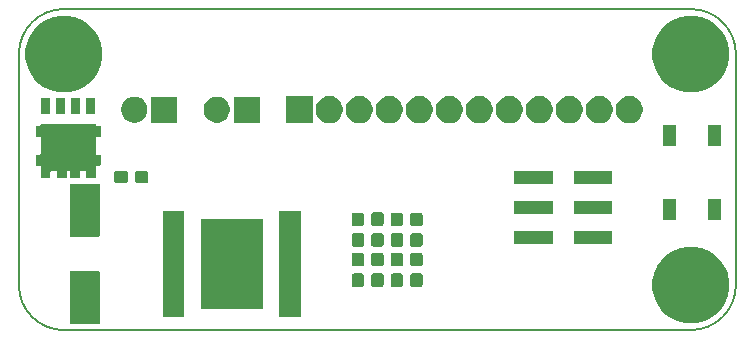
<source format=gbr>
G04 #@! TF.GenerationSoftware,KiCad,Pcbnew,5.0.2+dfsg1-1*
G04 #@! TF.CreationDate,2021-06-07T16:10:35-04:00*
G04 #@! TF.ProjectId,KyberBoard,4b796265-7242-46f6-9172-642e6b696361,rev?*
G04 #@! TF.SameCoordinates,Original*
G04 #@! TF.FileFunction,Soldermask,Top*
G04 #@! TF.FilePolarity,Negative*
%FSLAX46Y46*%
G04 Gerber Fmt 4.6, Leading zero omitted, Abs format (unit mm)*
G04 Created by KiCad (PCBNEW 5.0.2+dfsg1-1) date Mon 07 Jun 2021 04:10:35 PM EDT*
%MOMM*%
%LPD*%
G01*
G04 APERTURE LIST*
%ADD10C,0.150000*%
G04 APERTURE END LIST*
D10*
X116332000Y-67056000D02*
G75*
G02X120142000Y-63246000I3810000J0D01*
G01*
X120142000Y-90424000D02*
G75*
G02X116332000Y-86614000I0J3810000D01*
G01*
X116332000Y-86614000D02*
X116332000Y-67056000D01*
X173228000Y-90424000D02*
X120142000Y-90424000D01*
X173228000Y-63246000D02*
X120142000Y-63246000D01*
X177038000Y-86614000D02*
X177038000Y-67056000D01*
X177038000Y-86614000D02*
G75*
G02X173228000Y-90424000I-3810000J0D01*
G01*
X173228000Y-63246000D02*
G75*
G02X177038000Y-67056000I0J-3810000D01*
G01*
G36*
X123075018Y-85426332D02*
X123108700Y-85436550D01*
X123139734Y-85453138D01*
X123166937Y-85475463D01*
X123189262Y-85502666D01*
X123205850Y-85533700D01*
X123216068Y-85567382D01*
X123220000Y-85607308D01*
X123220000Y-89737492D01*
X123216068Y-89777418D01*
X123205850Y-89811100D01*
X123189262Y-89842134D01*
X123166937Y-89869337D01*
X123139734Y-89891662D01*
X123108700Y-89908250D01*
X123075018Y-89918468D01*
X123035092Y-89922400D01*
X120804908Y-89922400D01*
X120764982Y-89918468D01*
X120731300Y-89908250D01*
X120700266Y-89891662D01*
X120673063Y-89869337D01*
X120650738Y-89842134D01*
X120634150Y-89811100D01*
X120623932Y-89777418D01*
X120620000Y-89737492D01*
X120620000Y-85607308D01*
X120623932Y-85567382D01*
X120634150Y-85533700D01*
X120650738Y-85502666D01*
X120673063Y-85475463D01*
X120700266Y-85453138D01*
X120731300Y-85436550D01*
X120764982Y-85426332D01*
X120804908Y-85422400D01*
X123035092Y-85422400D01*
X123075018Y-85426332D01*
X123075018Y-85426332D01*
G37*
G36*
X174175990Y-83488896D02*
X174175992Y-83488897D01*
X174175993Y-83488897D01*
X174767452Y-83733888D01*
X175299754Y-84089560D01*
X175752440Y-84542246D01*
X176067239Y-85013377D01*
X176108112Y-85074548D01*
X176340278Y-85635044D01*
X176353104Y-85666010D01*
X176478000Y-86293903D01*
X176478000Y-86934097D01*
X176353104Y-87561990D01*
X176108112Y-88153452D01*
X175752440Y-88685754D01*
X175299754Y-89138440D01*
X175041499Y-89311000D01*
X174767452Y-89494112D01*
X174175993Y-89739103D01*
X174175992Y-89739103D01*
X174175990Y-89739104D01*
X173548097Y-89864000D01*
X172907903Y-89864000D01*
X172280010Y-89739104D01*
X172280008Y-89739103D01*
X172280007Y-89739103D01*
X171688548Y-89494112D01*
X171414501Y-89311000D01*
X171156246Y-89138440D01*
X170703560Y-88685754D01*
X170347888Y-88153452D01*
X170102896Y-87561990D01*
X169978000Y-86934097D01*
X169978000Y-86293903D01*
X170102896Y-85666010D01*
X170115723Y-85635044D01*
X170347888Y-85074548D01*
X170388761Y-85013377D01*
X170703560Y-84542246D01*
X171156246Y-84089560D01*
X171688548Y-83733888D01*
X172280007Y-83488897D01*
X172280008Y-83488897D01*
X172280010Y-83488896D01*
X172907903Y-83364000D01*
X173548097Y-83364000D01*
X174175990Y-83488896D01*
X174175990Y-83488896D01*
G37*
G36*
X140198500Y-89311000D02*
X138398500Y-89311000D01*
X138398500Y-80361000D01*
X140198500Y-80361000D01*
X140198500Y-89311000D01*
X140198500Y-89311000D01*
G37*
G36*
X130333500Y-89311000D02*
X128533500Y-89311000D01*
X128533500Y-80361000D01*
X130333500Y-80361000D01*
X130333500Y-89311000D01*
X130333500Y-89311000D01*
G37*
G36*
X137016000Y-88636000D02*
X131716000Y-88636000D01*
X131716000Y-81036000D01*
X137016000Y-81036000D01*
X137016000Y-88636000D01*
X137016000Y-88636000D01*
G37*
G36*
X145387861Y-85634557D02*
X145427635Y-85646623D01*
X145464292Y-85666216D01*
X145496418Y-85692582D01*
X145522784Y-85724708D01*
X145542377Y-85761365D01*
X145554443Y-85801139D01*
X145559000Y-85847408D01*
X145559000Y-86562592D01*
X145554443Y-86608861D01*
X145542377Y-86648635D01*
X145522784Y-86685292D01*
X145496418Y-86717418D01*
X145464292Y-86743784D01*
X145427635Y-86763377D01*
X145387861Y-86775443D01*
X145341592Y-86780000D01*
X144726408Y-86780000D01*
X144680139Y-86775443D01*
X144640365Y-86763377D01*
X144603708Y-86743784D01*
X144571582Y-86717418D01*
X144545216Y-86685292D01*
X144525623Y-86648635D01*
X144513557Y-86608861D01*
X144509000Y-86562592D01*
X144509000Y-85847408D01*
X144513557Y-85801139D01*
X144525623Y-85761365D01*
X144545216Y-85724708D01*
X144571582Y-85692582D01*
X144603708Y-85666216D01*
X144640365Y-85646623D01*
X144680139Y-85634557D01*
X144726408Y-85630000D01*
X145341592Y-85630000D01*
X145387861Y-85634557D01*
X145387861Y-85634557D01*
G37*
G36*
X150340861Y-85634557D02*
X150380635Y-85646623D01*
X150417292Y-85666216D01*
X150449418Y-85692582D01*
X150475784Y-85724708D01*
X150495377Y-85761365D01*
X150507443Y-85801139D01*
X150512000Y-85847408D01*
X150512000Y-86562592D01*
X150507443Y-86608861D01*
X150495377Y-86648635D01*
X150475784Y-86685292D01*
X150449418Y-86717418D01*
X150417292Y-86743784D01*
X150380635Y-86763377D01*
X150340861Y-86775443D01*
X150294592Y-86780000D01*
X149679408Y-86780000D01*
X149633139Y-86775443D01*
X149593365Y-86763377D01*
X149556708Y-86743784D01*
X149524582Y-86717418D01*
X149498216Y-86685292D01*
X149478623Y-86648635D01*
X149466557Y-86608861D01*
X149462000Y-86562592D01*
X149462000Y-85847408D01*
X149466557Y-85801139D01*
X149478623Y-85761365D01*
X149498216Y-85724708D01*
X149524582Y-85692582D01*
X149556708Y-85666216D01*
X149593365Y-85646623D01*
X149633139Y-85634557D01*
X149679408Y-85630000D01*
X150294592Y-85630000D01*
X150340861Y-85634557D01*
X150340861Y-85634557D01*
G37*
G36*
X147038861Y-85634557D02*
X147078635Y-85646623D01*
X147115292Y-85666216D01*
X147147418Y-85692582D01*
X147173784Y-85724708D01*
X147193377Y-85761365D01*
X147205443Y-85801139D01*
X147210000Y-85847408D01*
X147210000Y-86562592D01*
X147205443Y-86608861D01*
X147193377Y-86648635D01*
X147173784Y-86685292D01*
X147147418Y-86717418D01*
X147115292Y-86743784D01*
X147078635Y-86763377D01*
X147038861Y-86775443D01*
X146992592Y-86780000D01*
X146377408Y-86780000D01*
X146331139Y-86775443D01*
X146291365Y-86763377D01*
X146254708Y-86743784D01*
X146222582Y-86717418D01*
X146196216Y-86685292D01*
X146176623Y-86648635D01*
X146164557Y-86608861D01*
X146160000Y-86562592D01*
X146160000Y-85847408D01*
X146164557Y-85801139D01*
X146176623Y-85761365D01*
X146196216Y-85724708D01*
X146222582Y-85692582D01*
X146254708Y-85666216D01*
X146291365Y-85646623D01*
X146331139Y-85634557D01*
X146377408Y-85630000D01*
X146992592Y-85630000D01*
X147038861Y-85634557D01*
X147038861Y-85634557D01*
G37*
G36*
X148689861Y-85634557D02*
X148729635Y-85646623D01*
X148766292Y-85666216D01*
X148798418Y-85692582D01*
X148824784Y-85724708D01*
X148844377Y-85761365D01*
X148856443Y-85801139D01*
X148861000Y-85847408D01*
X148861000Y-86562592D01*
X148856443Y-86608861D01*
X148844377Y-86648635D01*
X148824784Y-86685292D01*
X148798418Y-86717418D01*
X148766292Y-86743784D01*
X148729635Y-86763377D01*
X148689861Y-86775443D01*
X148643592Y-86780000D01*
X148028408Y-86780000D01*
X147982139Y-86775443D01*
X147942365Y-86763377D01*
X147905708Y-86743784D01*
X147873582Y-86717418D01*
X147847216Y-86685292D01*
X147827623Y-86648635D01*
X147815557Y-86608861D01*
X147811000Y-86562592D01*
X147811000Y-85847408D01*
X147815557Y-85801139D01*
X147827623Y-85761365D01*
X147847216Y-85724708D01*
X147873582Y-85692582D01*
X147905708Y-85666216D01*
X147942365Y-85646623D01*
X147982139Y-85634557D01*
X148028408Y-85630000D01*
X148643592Y-85630000D01*
X148689861Y-85634557D01*
X148689861Y-85634557D01*
G37*
G36*
X148689861Y-83884557D02*
X148729635Y-83896623D01*
X148766292Y-83916216D01*
X148798418Y-83942582D01*
X148824784Y-83974708D01*
X148844377Y-84011365D01*
X148856443Y-84051139D01*
X148861000Y-84097408D01*
X148861000Y-84812592D01*
X148856443Y-84858861D01*
X148844377Y-84898635D01*
X148824784Y-84935292D01*
X148798418Y-84967418D01*
X148766292Y-84993784D01*
X148729635Y-85013377D01*
X148689861Y-85025443D01*
X148643592Y-85030000D01*
X148028408Y-85030000D01*
X147982139Y-85025443D01*
X147942365Y-85013377D01*
X147905708Y-84993784D01*
X147873582Y-84967418D01*
X147847216Y-84935292D01*
X147827623Y-84898635D01*
X147815557Y-84858861D01*
X147811000Y-84812592D01*
X147811000Y-84097408D01*
X147815557Y-84051139D01*
X147827623Y-84011365D01*
X147847216Y-83974708D01*
X147873582Y-83942582D01*
X147905708Y-83916216D01*
X147942365Y-83896623D01*
X147982139Y-83884557D01*
X148028408Y-83880000D01*
X148643592Y-83880000D01*
X148689861Y-83884557D01*
X148689861Y-83884557D01*
G37*
G36*
X147038861Y-83884557D02*
X147078635Y-83896623D01*
X147115292Y-83916216D01*
X147147418Y-83942582D01*
X147173784Y-83974708D01*
X147193377Y-84011365D01*
X147205443Y-84051139D01*
X147210000Y-84097408D01*
X147210000Y-84812592D01*
X147205443Y-84858861D01*
X147193377Y-84898635D01*
X147173784Y-84935292D01*
X147147418Y-84967418D01*
X147115292Y-84993784D01*
X147078635Y-85013377D01*
X147038861Y-85025443D01*
X146992592Y-85030000D01*
X146377408Y-85030000D01*
X146331139Y-85025443D01*
X146291365Y-85013377D01*
X146254708Y-84993784D01*
X146222582Y-84967418D01*
X146196216Y-84935292D01*
X146176623Y-84898635D01*
X146164557Y-84858861D01*
X146160000Y-84812592D01*
X146160000Y-84097408D01*
X146164557Y-84051139D01*
X146176623Y-84011365D01*
X146196216Y-83974708D01*
X146222582Y-83942582D01*
X146254708Y-83916216D01*
X146291365Y-83896623D01*
X146331139Y-83884557D01*
X146377408Y-83880000D01*
X146992592Y-83880000D01*
X147038861Y-83884557D01*
X147038861Y-83884557D01*
G37*
G36*
X145387861Y-83884557D02*
X145427635Y-83896623D01*
X145464292Y-83916216D01*
X145496418Y-83942582D01*
X145522784Y-83974708D01*
X145542377Y-84011365D01*
X145554443Y-84051139D01*
X145559000Y-84097408D01*
X145559000Y-84812592D01*
X145554443Y-84858861D01*
X145542377Y-84898635D01*
X145522784Y-84935292D01*
X145496418Y-84967418D01*
X145464292Y-84993784D01*
X145427635Y-85013377D01*
X145387861Y-85025443D01*
X145341592Y-85030000D01*
X144726408Y-85030000D01*
X144680139Y-85025443D01*
X144640365Y-85013377D01*
X144603708Y-84993784D01*
X144571582Y-84967418D01*
X144545216Y-84935292D01*
X144525623Y-84898635D01*
X144513557Y-84858861D01*
X144509000Y-84812592D01*
X144509000Y-84097408D01*
X144513557Y-84051139D01*
X144525623Y-84011365D01*
X144545216Y-83974708D01*
X144571582Y-83942582D01*
X144603708Y-83916216D01*
X144640365Y-83896623D01*
X144680139Y-83884557D01*
X144726408Y-83880000D01*
X145341592Y-83880000D01*
X145387861Y-83884557D01*
X145387861Y-83884557D01*
G37*
G36*
X150340861Y-83884557D02*
X150380635Y-83896623D01*
X150417292Y-83916216D01*
X150449418Y-83942582D01*
X150475784Y-83974708D01*
X150495377Y-84011365D01*
X150507443Y-84051139D01*
X150512000Y-84097408D01*
X150512000Y-84812592D01*
X150507443Y-84858861D01*
X150495377Y-84898635D01*
X150475784Y-84935292D01*
X150449418Y-84967418D01*
X150417292Y-84993784D01*
X150380635Y-85013377D01*
X150340861Y-85025443D01*
X150294592Y-85030000D01*
X149679408Y-85030000D01*
X149633139Y-85025443D01*
X149593365Y-85013377D01*
X149556708Y-84993784D01*
X149524582Y-84967418D01*
X149498216Y-84935292D01*
X149478623Y-84898635D01*
X149466557Y-84858861D01*
X149462000Y-84812592D01*
X149462000Y-84097408D01*
X149466557Y-84051139D01*
X149478623Y-84011365D01*
X149498216Y-83974708D01*
X149524582Y-83942582D01*
X149556708Y-83916216D01*
X149593365Y-83896623D01*
X149633139Y-83884557D01*
X149679408Y-83880000D01*
X150294592Y-83880000D01*
X150340861Y-83884557D01*
X150340861Y-83884557D01*
G37*
G36*
X145387861Y-82233557D02*
X145427635Y-82245623D01*
X145464292Y-82265216D01*
X145496418Y-82291582D01*
X145522784Y-82323708D01*
X145542377Y-82360365D01*
X145554443Y-82400139D01*
X145559000Y-82446408D01*
X145559000Y-83161592D01*
X145554443Y-83207861D01*
X145542377Y-83247635D01*
X145522784Y-83284292D01*
X145496418Y-83316418D01*
X145464292Y-83342784D01*
X145427635Y-83362377D01*
X145387861Y-83374443D01*
X145341592Y-83379000D01*
X144726408Y-83379000D01*
X144680139Y-83374443D01*
X144640365Y-83362377D01*
X144603708Y-83342784D01*
X144571582Y-83316418D01*
X144545216Y-83284292D01*
X144525623Y-83247635D01*
X144513557Y-83207861D01*
X144509000Y-83161592D01*
X144509000Y-82446408D01*
X144513557Y-82400139D01*
X144525623Y-82360365D01*
X144545216Y-82323708D01*
X144571582Y-82291582D01*
X144603708Y-82265216D01*
X144640365Y-82245623D01*
X144680139Y-82233557D01*
X144726408Y-82229000D01*
X145341592Y-82229000D01*
X145387861Y-82233557D01*
X145387861Y-82233557D01*
G37*
G36*
X148689861Y-82233557D02*
X148729635Y-82245623D01*
X148766292Y-82265216D01*
X148798418Y-82291582D01*
X148824784Y-82323708D01*
X148844377Y-82360365D01*
X148856443Y-82400139D01*
X148861000Y-82446408D01*
X148861000Y-83161592D01*
X148856443Y-83207861D01*
X148844377Y-83247635D01*
X148824784Y-83284292D01*
X148798418Y-83316418D01*
X148766292Y-83342784D01*
X148729635Y-83362377D01*
X148689861Y-83374443D01*
X148643592Y-83379000D01*
X148028408Y-83379000D01*
X147982139Y-83374443D01*
X147942365Y-83362377D01*
X147905708Y-83342784D01*
X147873582Y-83316418D01*
X147847216Y-83284292D01*
X147827623Y-83247635D01*
X147815557Y-83207861D01*
X147811000Y-83161592D01*
X147811000Y-82446408D01*
X147815557Y-82400139D01*
X147827623Y-82360365D01*
X147847216Y-82323708D01*
X147873582Y-82291582D01*
X147905708Y-82265216D01*
X147942365Y-82245623D01*
X147982139Y-82233557D01*
X148028408Y-82229000D01*
X148643592Y-82229000D01*
X148689861Y-82233557D01*
X148689861Y-82233557D01*
G37*
G36*
X150340861Y-82233557D02*
X150380635Y-82245623D01*
X150417292Y-82265216D01*
X150449418Y-82291582D01*
X150475784Y-82323708D01*
X150495377Y-82360365D01*
X150507443Y-82400139D01*
X150512000Y-82446408D01*
X150512000Y-83161592D01*
X150507443Y-83207861D01*
X150495377Y-83247635D01*
X150475784Y-83284292D01*
X150449418Y-83316418D01*
X150417292Y-83342784D01*
X150380635Y-83362377D01*
X150340861Y-83374443D01*
X150294592Y-83379000D01*
X149679408Y-83379000D01*
X149633139Y-83374443D01*
X149593365Y-83362377D01*
X149556708Y-83342784D01*
X149524582Y-83316418D01*
X149498216Y-83284292D01*
X149478623Y-83247635D01*
X149466557Y-83207861D01*
X149462000Y-83161592D01*
X149462000Y-82446408D01*
X149466557Y-82400139D01*
X149478623Y-82360365D01*
X149498216Y-82323708D01*
X149524582Y-82291582D01*
X149556708Y-82265216D01*
X149593365Y-82245623D01*
X149633139Y-82233557D01*
X149679408Y-82229000D01*
X150294592Y-82229000D01*
X150340861Y-82233557D01*
X150340861Y-82233557D01*
G37*
G36*
X147038861Y-82219557D02*
X147078635Y-82231623D01*
X147115292Y-82251216D01*
X147147418Y-82277582D01*
X147173784Y-82309708D01*
X147193377Y-82346365D01*
X147205443Y-82386139D01*
X147210000Y-82432408D01*
X147210000Y-83147592D01*
X147205443Y-83193861D01*
X147193377Y-83233635D01*
X147173784Y-83270292D01*
X147147418Y-83302418D01*
X147115292Y-83328784D01*
X147078635Y-83348377D01*
X147038861Y-83360443D01*
X146992592Y-83365000D01*
X146377408Y-83365000D01*
X146331139Y-83360443D01*
X146291365Y-83348377D01*
X146254708Y-83328784D01*
X146222582Y-83302418D01*
X146196216Y-83270292D01*
X146176623Y-83233635D01*
X146164557Y-83193861D01*
X146160000Y-83147592D01*
X146160000Y-82432408D01*
X146164557Y-82386139D01*
X146176623Y-82346365D01*
X146196216Y-82309708D01*
X146222582Y-82277582D01*
X146254708Y-82251216D01*
X146291365Y-82231623D01*
X146331139Y-82219557D01*
X146377408Y-82215000D01*
X146992592Y-82215000D01*
X147038861Y-82219557D01*
X147038861Y-82219557D01*
G37*
G36*
X161533000Y-83102114D02*
X158283000Y-83102114D01*
X158283000Y-82002114D01*
X161533000Y-82002114D01*
X161533000Y-83102114D01*
X161533000Y-83102114D01*
G37*
G36*
X166583000Y-83102114D02*
X163333000Y-83102114D01*
X163333000Y-82002114D01*
X166583000Y-82002114D01*
X166583000Y-83102114D01*
X166583000Y-83102114D01*
G37*
G36*
X123075018Y-78026332D02*
X123108700Y-78036550D01*
X123139734Y-78053138D01*
X123166937Y-78075463D01*
X123189262Y-78102666D01*
X123205850Y-78133700D01*
X123216068Y-78167382D01*
X123220000Y-78207308D01*
X123220000Y-82337492D01*
X123216068Y-82377418D01*
X123205850Y-82411100D01*
X123189262Y-82442134D01*
X123166937Y-82469337D01*
X123139734Y-82491662D01*
X123108700Y-82508250D01*
X123075018Y-82518468D01*
X123035092Y-82522400D01*
X120804908Y-82522400D01*
X120764982Y-82518468D01*
X120731300Y-82508250D01*
X120700266Y-82491662D01*
X120673063Y-82469337D01*
X120650738Y-82442134D01*
X120634150Y-82411100D01*
X120623932Y-82377418D01*
X120620000Y-82337492D01*
X120620000Y-78207308D01*
X120623932Y-78167382D01*
X120634150Y-78133700D01*
X120650738Y-78102666D01*
X120673063Y-78075463D01*
X120700266Y-78053138D01*
X120731300Y-78036550D01*
X120764982Y-78026332D01*
X120804908Y-78022400D01*
X123035092Y-78022400D01*
X123075018Y-78026332D01*
X123075018Y-78026332D01*
G37*
G36*
X145387861Y-80483557D02*
X145427635Y-80495623D01*
X145464292Y-80515216D01*
X145496418Y-80541582D01*
X145522784Y-80573708D01*
X145542377Y-80610365D01*
X145554443Y-80650139D01*
X145559000Y-80696408D01*
X145559000Y-81411592D01*
X145554443Y-81457861D01*
X145542377Y-81497635D01*
X145522784Y-81534292D01*
X145496418Y-81566418D01*
X145464292Y-81592784D01*
X145427635Y-81612377D01*
X145387861Y-81624443D01*
X145341592Y-81629000D01*
X144726408Y-81629000D01*
X144680139Y-81624443D01*
X144640365Y-81612377D01*
X144603708Y-81592784D01*
X144571582Y-81566418D01*
X144545216Y-81534292D01*
X144525623Y-81497635D01*
X144513557Y-81457861D01*
X144509000Y-81411592D01*
X144509000Y-80696408D01*
X144513557Y-80650139D01*
X144525623Y-80610365D01*
X144545216Y-80573708D01*
X144571582Y-80541582D01*
X144603708Y-80515216D01*
X144640365Y-80495623D01*
X144680139Y-80483557D01*
X144726408Y-80479000D01*
X145341592Y-80479000D01*
X145387861Y-80483557D01*
X145387861Y-80483557D01*
G37*
G36*
X148689861Y-80483557D02*
X148729635Y-80495623D01*
X148766292Y-80515216D01*
X148798418Y-80541582D01*
X148824784Y-80573708D01*
X148844377Y-80610365D01*
X148856443Y-80650139D01*
X148861000Y-80696408D01*
X148861000Y-81411592D01*
X148856443Y-81457861D01*
X148844377Y-81497635D01*
X148824784Y-81534292D01*
X148798418Y-81566418D01*
X148766292Y-81592784D01*
X148729635Y-81612377D01*
X148689861Y-81624443D01*
X148643592Y-81629000D01*
X148028408Y-81629000D01*
X147982139Y-81624443D01*
X147942365Y-81612377D01*
X147905708Y-81592784D01*
X147873582Y-81566418D01*
X147847216Y-81534292D01*
X147827623Y-81497635D01*
X147815557Y-81457861D01*
X147811000Y-81411592D01*
X147811000Y-80696408D01*
X147815557Y-80650139D01*
X147827623Y-80610365D01*
X147847216Y-80573708D01*
X147873582Y-80541582D01*
X147905708Y-80515216D01*
X147942365Y-80495623D01*
X147982139Y-80483557D01*
X148028408Y-80479000D01*
X148643592Y-80479000D01*
X148689861Y-80483557D01*
X148689861Y-80483557D01*
G37*
G36*
X150340861Y-80483557D02*
X150380635Y-80495623D01*
X150417292Y-80515216D01*
X150449418Y-80541582D01*
X150475784Y-80573708D01*
X150495377Y-80610365D01*
X150507443Y-80650139D01*
X150512000Y-80696408D01*
X150512000Y-81411592D01*
X150507443Y-81457861D01*
X150495377Y-81497635D01*
X150475784Y-81534292D01*
X150449418Y-81566418D01*
X150417292Y-81592784D01*
X150380635Y-81612377D01*
X150340861Y-81624443D01*
X150294592Y-81629000D01*
X149679408Y-81629000D01*
X149633139Y-81624443D01*
X149593365Y-81612377D01*
X149556708Y-81592784D01*
X149524582Y-81566418D01*
X149498216Y-81534292D01*
X149478623Y-81497635D01*
X149466557Y-81457861D01*
X149462000Y-81411592D01*
X149462000Y-80696408D01*
X149466557Y-80650139D01*
X149478623Y-80610365D01*
X149498216Y-80573708D01*
X149524582Y-80541582D01*
X149556708Y-80515216D01*
X149593365Y-80495623D01*
X149633139Y-80483557D01*
X149679408Y-80479000D01*
X150294592Y-80479000D01*
X150340861Y-80483557D01*
X150340861Y-80483557D01*
G37*
G36*
X147038861Y-80469557D02*
X147078635Y-80481623D01*
X147115292Y-80501216D01*
X147147418Y-80527582D01*
X147173784Y-80559708D01*
X147193377Y-80596365D01*
X147205443Y-80636139D01*
X147210000Y-80682408D01*
X147210000Y-81397592D01*
X147205443Y-81443861D01*
X147193377Y-81483635D01*
X147173784Y-81520292D01*
X147147418Y-81552418D01*
X147115292Y-81578784D01*
X147078635Y-81598377D01*
X147038861Y-81610443D01*
X146992592Y-81615000D01*
X146377408Y-81615000D01*
X146331139Y-81610443D01*
X146291365Y-81598377D01*
X146254708Y-81578784D01*
X146222582Y-81552418D01*
X146196216Y-81520292D01*
X146176623Y-81483635D01*
X146164557Y-81443861D01*
X146160000Y-81397592D01*
X146160000Y-80682408D01*
X146164557Y-80636139D01*
X146176623Y-80596365D01*
X146196216Y-80559708D01*
X146222582Y-80527582D01*
X146254708Y-80501216D01*
X146291365Y-80481623D01*
X146331139Y-80469557D01*
X146377408Y-80465000D01*
X146992592Y-80465000D01*
X147038861Y-80469557D01*
X147038861Y-80469557D01*
G37*
G36*
X172005000Y-81146200D02*
X170905000Y-81146200D01*
X170905000Y-79346200D01*
X172005000Y-79346200D01*
X172005000Y-81146200D01*
X172005000Y-81146200D01*
G37*
G36*
X175805000Y-81146200D02*
X174705000Y-81146200D01*
X174705000Y-79346200D01*
X175805000Y-79346200D01*
X175805000Y-81146200D01*
X175805000Y-81146200D01*
G37*
G36*
X161533000Y-80562114D02*
X158283000Y-80562114D01*
X158283000Y-79462114D01*
X161533000Y-79462114D01*
X161533000Y-80562114D01*
X161533000Y-80562114D01*
G37*
G36*
X166583000Y-80562114D02*
X163333000Y-80562114D01*
X163333000Y-79462114D01*
X166583000Y-79462114D01*
X166583000Y-80562114D01*
X166583000Y-80562114D01*
G37*
G36*
X161533000Y-78022114D02*
X158283000Y-78022114D01*
X158283000Y-76922114D01*
X161533000Y-76922114D01*
X161533000Y-78022114D01*
X161533000Y-78022114D01*
G37*
G36*
X166583000Y-78022114D02*
X163333000Y-78022114D01*
X163333000Y-76922114D01*
X166583000Y-76922114D01*
X166583000Y-78022114D01*
X166583000Y-78022114D01*
G37*
G36*
X127135861Y-76949557D02*
X127175635Y-76961623D01*
X127212292Y-76981216D01*
X127244418Y-77007582D01*
X127270784Y-77039708D01*
X127290377Y-77076365D01*
X127302443Y-77116139D01*
X127307000Y-77162408D01*
X127307000Y-77777592D01*
X127302443Y-77823861D01*
X127290377Y-77863635D01*
X127270784Y-77900292D01*
X127244418Y-77932418D01*
X127212292Y-77958784D01*
X127175635Y-77978377D01*
X127135861Y-77990443D01*
X127089592Y-77995000D01*
X126374408Y-77995000D01*
X126328139Y-77990443D01*
X126288365Y-77978377D01*
X126251708Y-77958784D01*
X126219582Y-77932418D01*
X126193216Y-77900292D01*
X126173623Y-77863635D01*
X126161557Y-77823861D01*
X126157000Y-77777592D01*
X126157000Y-77162408D01*
X126161557Y-77116139D01*
X126173623Y-77076365D01*
X126193216Y-77039708D01*
X126219582Y-77007582D01*
X126251708Y-76981216D01*
X126288365Y-76961623D01*
X126328139Y-76949557D01*
X126374408Y-76945000D01*
X127089592Y-76945000D01*
X127135861Y-76949557D01*
X127135861Y-76949557D01*
G37*
G36*
X125385861Y-76949557D02*
X125425635Y-76961623D01*
X125462292Y-76981216D01*
X125494418Y-77007582D01*
X125520784Y-77039708D01*
X125540377Y-77076365D01*
X125552443Y-77116139D01*
X125557000Y-77162408D01*
X125557000Y-77777592D01*
X125552443Y-77823861D01*
X125540377Y-77863635D01*
X125520784Y-77900292D01*
X125494418Y-77932418D01*
X125462292Y-77958784D01*
X125425635Y-77978377D01*
X125385861Y-77990443D01*
X125339592Y-77995000D01*
X124624408Y-77995000D01*
X124578139Y-77990443D01*
X124538365Y-77978377D01*
X124501708Y-77958784D01*
X124469582Y-77932418D01*
X124443216Y-77900292D01*
X124423623Y-77863635D01*
X124411557Y-77823861D01*
X124407000Y-77777592D01*
X124407000Y-77162408D01*
X124411557Y-77116139D01*
X124423623Y-77076365D01*
X124443216Y-77039708D01*
X124469582Y-77007582D01*
X124501708Y-76981216D01*
X124538365Y-76961623D01*
X124578139Y-76949557D01*
X124624408Y-76945000D01*
X125339592Y-76945000D01*
X125385861Y-76949557D01*
X125385861Y-76949557D01*
G37*
G36*
X122822997Y-72953758D02*
X122823000Y-72953758D01*
X122832802Y-72954723D01*
X122842227Y-72957582D01*
X122850913Y-72962225D01*
X122858526Y-72968474D01*
X122864775Y-72976087D01*
X122869418Y-72984773D01*
X122872277Y-72994198D01*
X122873242Y-73004000D01*
X122873726Y-73008917D01*
X122873726Y-73043274D01*
X122875647Y-73062783D01*
X122881338Y-73081542D01*
X122890579Y-73098831D01*
X122903015Y-73113985D01*
X122918169Y-73126421D01*
X122935458Y-73135662D01*
X122954217Y-73141353D01*
X122973726Y-73143274D01*
X123218083Y-73143274D01*
X123222997Y-73143758D01*
X123223000Y-73143758D01*
X123232802Y-73144723D01*
X123242227Y-73147582D01*
X123250913Y-73152225D01*
X123258526Y-73158474D01*
X123264775Y-73166087D01*
X123269418Y-73174773D01*
X123272277Y-73184198D01*
X123273242Y-73194000D01*
X123273726Y-73198917D01*
X123273726Y-73989083D01*
X123273242Y-73993997D01*
X123273242Y-73994000D01*
X123272277Y-74003802D01*
X123269418Y-74013227D01*
X123264775Y-74021913D01*
X123258526Y-74029526D01*
X123250913Y-74035775D01*
X123242227Y-74040418D01*
X123232802Y-74043277D01*
X123223000Y-74044242D01*
X123222997Y-74044242D01*
X123218083Y-74044726D01*
X122973726Y-74044726D01*
X122954217Y-74046647D01*
X122935458Y-74052338D01*
X122918169Y-74061579D01*
X122903015Y-74074015D01*
X122890579Y-74089169D01*
X122881338Y-74106458D01*
X122875647Y-74125217D01*
X122873726Y-74144726D01*
X122873726Y-75493274D01*
X122875647Y-75512783D01*
X122881338Y-75531542D01*
X122890579Y-75548831D01*
X122903015Y-75563985D01*
X122918169Y-75576421D01*
X122935458Y-75585662D01*
X122954217Y-75591353D01*
X122973726Y-75593274D01*
X123218083Y-75593274D01*
X123222997Y-75593758D01*
X123223000Y-75593758D01*
X123232802Y-75594723D01*
X123242227Y-75597582D01*
X123250913Y-75602225D01*
X123258526Y-75608474D01*
X123264775Y-75616087D01*
X123269418Y-75624773D01*
X123272277Y-75634198D01*
X123273242Y-75644000D01*
X123273726Y-75648917D01*
X123273726Y-76439083D01*
X123273242Y-76443997D01*
X123273242Y-76444000D01*
X123272277Y-76453802D01*
X123269418Y-76463227D01*
X123264775Y-76471913D01*
X123258526Y-76479526D01*
X123250913Y-76485775D01*
X123242227Y-76490418D01*
X123232802Y-76493277D01*
X123223000Y-76494242D01*
X123222997Y-76494242D01*
X123218083Y-76494726D01*
X122973726Y-76494726D01*
X122954217Y-76496647D01*
X122935458Y-76502338D01*
X122918169Y-76511579D01*
X122903015Y-76524015D01*
X122890579Y-76539169D01*
X122881338Y-76556458D01*
X122875647Y-76575217D01*
X122873726Y-76594726D01*
X122873726Y-77499083D01*
X122873242Y-77503997D01*
X122873242Y-77504000D01*
X122872277Y-77513802D01*
X122869418Y-77523227D01*
X122864775Y-77531913D01*
X122858526Y-77539526D01*
X122850913Y-77545775D01*
X122842227Y-77550418D01*
X122832802Y-77553277D01*
X122823000Y-77554242D01*
X122822997Y-77554242D01*
X122818083Y-77554726D01*
X122102917Y-77554726D01*
X122098003Y-77554242D01*
X122098000Y-77554242D01*
X122088198Y-77553277D01*
X122078773Y-77550418D01*
X122070087Y-77545775D01*
X122062474Y-77539526D01*
X122056225Y-77531913D01*
X122051582Y-77523227D01*
X122048723Y-77513802D01*
X122047758Y-77504000D01*
X122047758Y-77503997D01*
X122047274Y-77499083D01*
X122047274Y-77054726D01*
X122045353Y-77035217D01*
X122039662Y-77016458D01*
X122030421Y-76999169D01*
X122017985Y-76984015D01*
X122002831Y-76971579D01*
X121985542Y-76962338D01*
X121966783Y-76956647D01*
X121947274Y-76954726D01*
X121598726Y-76954726D01*
X121579217Y-76956647D01*
X121560458Y-76962338D01*
X121543169Y-76971579D01*
X121528015Y-76984015D01*
X121515579Y-76999169D01*
X121506338Y-77016458D01*
X121500647Y-77035217D01*
X121498726Y-77054726D01*
X121498726Y-77499083D01*
X121498242Y-77503997D01*
X121498242Y-77504000D01*
X121497277Y-77513802D01*
X121494418Y-77523227D01*
X121489775Y-77531913D01*
X121483526Y-77539526D01*
X121475913Y-77545775D01*
X121467227Y-77550418D01*
X121457802Y-77553277D01*
X121448000Y-77554242D01*
X121447997Y-77554242D01*
X121443083Y-77554726D01*
X120727917Y-77554726D01*
X120723003Y-77554242D01*
X120723000Y-77554242D01*
X120713198Y-77553277D01*
X120703773Y-77550418D01*
X120695087Y-77545775D01*
X120687474Y-77539526D01*
X120681225Y-77531913D01*
X120676582Y-77523227D01*
X120673723Y-77513802D01*
X120672758Y-77504000D01*
X120672758Y-77503997D01*
X120672274Y-77499083D01*
X120672274Y-77054726D01*
X120670353Y-77035217D01*
X120664662Y-77016458D01*
X120655421Y-76999169D01*
X120642985Y-76984015D01*
X120627831Y-76971579D01*
X120610542Y-76962338D01*
X120591783Y-76956647D01*
X120572274Y-76954726D01*
X120473726Y-76954726D01*
X120454217Y-76956647D01*
X120435458Y-76962338D01*
X120418169Y-76971579D01*
X120403015Y-76984015D01*
X120390579Y-76999169D01*
X120381338Y-77016458D01*
X120375647Y-77035217D01*
X120373726Y-77054726D01*
X120373726Y-77499083D01*
X120373242Y-77503997D01*
X120373242Y-77504000D01*
X120372277Y-77513802D01*
X120369418Y-77523227D01*
X120364775Y-77531913D01*
X120358526Y-77539526D01*
X120350913Y-77545775D01*
X120342227Y-77550418D01*
X120332802Y-77553277D01*
X120323000Y-77554242D01*
X120322997Y-77554242D01*
X120318083Y-77554726D01*
X119602917Y-77554726D01*
X119598003Y-77554242D01*
X119598000Y-77554242D01*
X119588198Y-77553277D01*
X119578773Y-77550418D01*
X119570087Y-77545775D01*
X119562474Y-77539526D01*
X119556225Y-77531913D01*
X119551582Y-77523227D01*
X119548723Y-77513802D01*
X119547758Y-77504000D01*
X119547758Y-77503997D01*
X119547274Y-77499083D01*
X119547274Y-77054726D01*
X119545353Y-77035217D01*
X119539662Y-77016458D01*
X119530421Y-76999169D01*
X119517985Y-76984015D01*
X119502831Y-76971579D01*
X119485542Y-76962338D01*
X119466783Y-76956647D01*
X119447274Y-76954726D01*
X119098726Y-76954726D01*
X119079217Y-76956647D01*
X119060458Y-76962338D01*
X119043169Y-76971579D01*
X119028015Y-76984015D01*
X119015579Y-76999169D01*
X119006338Y-77016458D01*
X119000647Y-77035217D01*
X118998726Y-77054726D01*
X118998726Y-77499083D01*
X118998242Y-77503997D01*
X118998242Y-77504000D01*
X118997277Y-77513802D01*
X118994418Y-77523227D01*
X118989775Y-77531913D01*
X118983526Y-77539526D01*
X118975913Y-77545775D01*
X118967227Y-77550418D01*
X118957802Y-77553277D01*
X118948000Y-77554242D01*
X118947997Y-77554242D01*
X118943083Y-77554726D01*
X118227917Y-77554726D01*
X118223003Y-77554242D01*
X118223000Y-77554242D01*
X118213198Y-77553277D01*
X118203773Y-77550418D01*
X118195087Y-77545775D01*
X118187474Y-77539526D01*
X118181225Y-77531913D01*
X118176582Y-77523227D01*
X118173723Y-77513802D01*
X118172758Y-77504000D01*
X118172758Y-77503997D01*
X118172274Y-77499083D01*
X118172274Y-76594726D01*
X118170353Y-76575217D01*
X118164662Y-76556458D01*
X118155421Y-76539169D01*
X118142985Y-76524015D01*
X118127831Y-76511579D01*
X118110542Y-76502338D01*
X118091783Y-76496647D01*
X118072274Y-76494726D01*
X117827917Y-76494726D01*
X117823003Y-76494242D01*
X117823000Y-76494242D01*
X117813198Y-76493277D01*
X117803773Y-76490418D01*
X117795087Y-76485775D01*
X117787474Y-76479526D01*
X117781225Y-76471913D01*
X117776582Y-76463227D01*
X117773723Y-76453802D01*
X117772758Y-76444000D01*
X117772758Y-76443997D01*
X117772274Y-76439083D01*
X117772274Y-75648917D01*
X117772758Y-75644000D01*
X117773723Y-75634198D01*
X117776582Y-75624773D01*
X117781225Y-75616087D01*
X117787474Y-75608474D01*
X117795087Y-75602225D01*
X117803773Y-75597582D01*
X117813198Y-75594723D01*
X117823000Y-75593758D01*
X117823003Y-75593758D01*
X117827917Y-75593274D01*
X118072274Y-75593274D01*
X118091783Y-75591353D01*
X118110542Y-75585662D01*
X118127831Y-75576421D01*
X118142985Y-75563985D01*
X118155421Y-75548831D01*
X118164662Y-75531542D01*
X118170353Y-75512783D01*
X118172274Y-75493274D01*
X118172274Y-74144726D01*
X118170353Y-74125217D01*
X118164662Y-74106458D01*
X118155421Y-74089169D01*
X118142985Y-74074015D01*
X118127831Y-74061579D01*
X118110542Y-74052338D01*
X118091783Y-74046647D01*
X118072274Y-74044726D01*
X117827917Y-74044726D01*
X117823003Y-74044242D01*
X117823000Y-74044242D01*
X117813198Y-74043277D01*
X117803773Y-74040418D01*
X117795087Y-74035775D01*
X117787474Y-74029526D01*
X117781225Y-74021913D01*
X117776582Y-74013227D01*
X117773723Y-74003802D01*
X117772758Y-73994000D01*
X117772758Y-73993997D01*
X117772274Y-73989083D01*
X117772274Y-73198917D01*
X117772758Y-73194000D01*
X117773723Y-73184198D01*
X117776582Y-73174773D01*
X117781225Y-73166087D01*
X117787474Y-73158474D01*
X117795087Y-73152225D01*
X117803773Y-73147582D01*
X117813198Y-73144723D01*
X117823000Y-73143758D01*
X117823003Y-73143758D01*
X117827917Y-73143274D01*
X118072274Y-73143274D01*
X118091783Y-73141353D01*
X118110542Y-73135662D01*
X118127831Y-73126421D01*
X118142985Y-73113985D01*
X118155421Y-73098831D01*
X118164662Y-73081542D01*
X118170353Y-73062783D01*
X118172274Y-73043274D01*
X118172274Y-73008917D01*
X118172758Y-73004000D01*
X118173723Y-72994198D01*
X118176582Y-72984773D01*
X118181225Y-72976087D01*
X118187474Y-72968474D01*
X118195087Y-72962225D01*
X118203773Y-72957582D01*
X118213198Y-72954723D01*
X118223000Y-72953758D01*
X118223003Y-72953758D01*
X118227917Y-72953274D01*
X122818083Y-72953274D01*
X122822997Y-72953758D01*
X122822997Y-72953758D01*
G37*
G36*
X172005000Y-74846200D02*
X170905000Y-74846200D01*
X170905000Y-73046200D01*
X172005000Y-73046200D01*
X172005000Y-74846200D01*
X172005000Y-74846200D01*
G37*
G36*
X175805000Y-74846200D02*
X174705000Y-74846200D01*
X174705000Y-73046200D01*
X175805000Y-73046200D01*
X175805000Y-74846200D01*
X175805000Y-74846200D01*
G37*
G36*
X158196443Y-70649194D02*
X158405729Y-70735884D01*
X158594082Y-70861737D01*
X158754263Y-71021918D01*
X158880116Y-71210271D01*
X158966806Y-71419557D01*
X159011000Y-71641735D01*
X159011000Y-71868265D01*
X158966806Y-72090443D01*
X158880116Y-72299729D01*
X158754263Y-72488082D01*
X158594082Y-72648263D01*
X158405729Y-72774116D01*
X158196443Y-72860806D01*
X157974265Y-72905000D01*
X157747735Y-72905000D01*
X157525557Y-72860806D01*
X157316271Y-72774116D01*
X157127918Y-72648263D01*
X156967737Y-72488082D01*
X156841884Y-72299729D01*
X156755194Y-72090443D01*
X156711000Y-71868265D01*
X156711000Y-71641735D01*
X156755194Y-71419557D01*
X156841884Y-71210271D01*
X156967737Y-71021918D01*
X157127918Y-70861737D01*
X157316271Y-70735884D01*
X157525557Y-70649194D01*
X157747735Y-70605000D01*
X157974265Y-70605000D01*
X158196443Y-70649194D01*
X158196443Y-70649194D01*
G37*
G36*
X168356443Y-70649194D02*
X168565729Y-70735884D01*
X168754082Y-70861737D01*
X168914263Y-71021918D01*
X169040116Y-71210271D01*
X169126806Y-71419557D01*
X169171000Y-71641735D01*
X169171000Y-71868265D01*
X169126806Y-72090443D01*
X169040116Y-72299729D01*
X168914263Y-72488082D01*
X168754082Y-72648263D01*
X168565729Y-72774116D01*
X168356443Y-72860806D01*
X168134265Y-72905000D01*
X167907735Y-72905000D01*
X167685557Y-72860806D01*
X167476271Y-72774116D01*
X167287918Y-72648263D01*
X167127737Y-72488082D01*
X167001884Y-72299729D01*
X166915194Y-72090443D01*
X166871000Y-71868265D01*
X166871000Y-71641735D01*
X166915194Y-71419557D01*
X167001884Y-71210271D01*
X167127737Y-71021918D01*
X167287918Y-70861737D01*
X167476271Y-70735884D01*
X167685557Y-70649194D01*
X167907735Y-70605000D01*
X168134265Y-70605000D01*
X168356443Y-70649194D01*
X168356443Y-70649194D01*
G37*
G36*
X165816443Y-70649194D02*
X166025729Y-70735884D01*
X166214082Y-70861737D01*
X166374263Y-71021918D01*
X166500116Y-71210271D01*
X166586806Y-71419557D01*
X166631000Y-71641735D01*
X166631000Y-71868265D01*
X166586806Y-72090443D01*
X166500116Y-72299729D01*
X166374263Y-72488082D01*
X166214082Y-72648263D01*
X166025729Y-72774116D01*
X165816443Y-72860806D01*
X165594265Y-72905000D01*
X165367735Y-72905000D01*
X165145557Y-72860806D01*
X164936271Y-72774116D01*
X164747918Y-72648263D01*
X164587737Y-72488082D01*
X164461884Y-72299729D01*
X164375194Y-72090443D01*
X164331000Y-71868265D01*
X164331000Y-71641735D01*
X164375194Y-71419557D01*
X164461884Y-71210271D01*
X164587737Y-71021918D01*
X164747918Y-70861737D01*
X164936271Y-70735884D01*
X165145557Y-70649194D01*
X165367735Y-70605000D01*
X165594265Y-70605000D01*
X165816443Y-70649194D01*
X165816443Y-70649194D01*
G37*
G36*
X163276443Y-70649194D02*
X163485729Y-70735884D01*
X163674082Y-70861737D01*
X163834263Y-71021918D01*
X163960116Y-71210271D01*
X164046806Y-71419557D01*
X164091000Y-71641735D01*
X164091000Y-71868265D01*
X164046806Y-72090443D01*
X163960116Y-72299729D01*
X163834263Y-72488082D01*
X163674082Y-72648263D01*
X163485729Y-72774116D01*
X163276443Y-72860806D01*
X163054265Y-72905000D01*
X162827735Y-72905000D01*
X162605557Y-72860806D01*
X162396271Y-72774116D01*
X162207918Y-72648263D01*
X162047737Y-72488082D01*
X161921884Y-72299729D01*
X161835194Y-72090443D01*
X161791000Y-71868265D01*
X161791000Y-71641735D01*
X161835194Y-71419557D01*
X161921884Y-71210271D01*
X162047737Y-71021918D01*
X162207918Y-70861737D01*
X162396271Y-70735884D01*
X162605557Y-70649194D01*
X162827735Y-70605000D01*
X163054265Y-70605000D01*
X163276443Y-70649194D01*
X163276443Y-70649194D01*
G37*
G36*
X160736443Y-70649194D02*
X160945729Y-70735884D01*
X161134082Y-70861737D01*
X161294263Y-71021918D01*
X161420116Y-71210271D01*
X161506806Y-71419557D01*
X161551000Y-71641735D01*
X161551000Y-71868265D01*
X161506806Y-72090443D01*
X161420116Y-72299729D01*
X161294263Y-72488082D01*
X161134082Y-72648263D01*
X160945729Y-72774116D01*
X160736443Y-72860806D01*
X160514265Y-72905000D01*
X160287735Y-72905000D01*
X160065557Y-72860806D01*
X159856271Y-72774116D01*
X159667918Y-72648263D01*
X159507737Y-72488082D01*
X159381884Y-72299729D01*
X159295194Y-72090443D01*
X159251000Y-71868265D01*
X159251000Y-71641735D01*
X159295194Y-71419557D01*
X159381884Y-71210271D01*
X159507737Y-71021918D01*
X159667918Y-70861737D01*
X159856271Y-70735884D01*
X160065557Y-70649194D01*
X160287735Y-70605000D01*
X160514265Y-70605000D01*
X160736443Y-70649194D01*
X160736443Y-70649194D01*
G37*
G36*
X155656443Y-70649194D02*
X155865729Y-70735884D01*
X156054082Y-70861737D01*
X156214263Y-71021918D01*
X156340116Y-71210271D01*
X156426806Y-71419557D01*
X156471000Y-71641735D01*
X156471000Y-71868265D01*
X156426806Y-72090443D01*
X156340116Y-72299729D01*
X156214263Y-72488082D01*
X156054082Y-72648263D01*
X155865729Y-72774116D01*
X155656443Y-72860806D01*
X155434265Y-72905000D01*
X155207735Y-72905000D01*
X154985557Y-72860806D01*
X154776271Y-72774116D01*
X154587918Y-72648263D01*
X154427737Y-72488082D01*
X154301884Y-72299729D01*
X154215194Y-72090443D01*
X154171000Y-71868265D01*
X154171000Y-71641735D01*
X154215194Y-71419557D01*
X154301884Y-71210271D01*
X154427737Y-71021918D01*
X154587918Y-70861737D01*
X154776271Y-70735884D01*
X154985557Y-70649194D01*
X155207735Y-70605000D01*
X155434265Y-70605000D01*
X155656443Y-70649194D01*
X155656443Y-70649194D01*
G37*
G36*
X153116443Y-70649194D02*
X153325729Y-70735884D01*
X153514082Y-70861737D01*
X153674263Y-71021918D01*
X153800116Y-71210271D01*
X153886806Y-71419557D01*
X153931000Y-71641735D01*
X153931000Y-71868265D01*
X153886806Y-72090443D01*
X153800116Y-72299729D01*
X153674263Y-72488082D01*
X153514082Y-72648263D01*
X153325729Y-72774116D01*
X153116443Y-72860806D01*
X152894265Y-72905000D01*
X152667735Y-72905000D01*
X152445557Y-72860806D01*
X152236271Y-72774116D01*
X152047918Y-72648263D01*
X151887737Y-72488082D01*
X151761884Y-72299729D01*
X151675194Y-72090443D01*
X151631000Y-71868265D01*
X151631000Y-71641735D01*
X151675194Y-71419557D01*
X151761884Y-71210271D01*
X151887737Y-71021918D01*
X152047918Y-70861737D01*
X152236271Y-70735884D01*
X152445557Y-70649194D01*
X152667735Y-70605000D01*
X152894265Y-70605000D01*
X153116443Y-70649194D01*
X153116443Y-70649194D01*
G37*
G36*
X142956443Y-70649194D02*
X143165729Y-70735884D01*
X143354082Y-70861737D01*
X143514263Y-71021918D01*
X143640116Y-71210271D01*
X143726806Y-71419557D01*
X143771000Y-71641735D01*
X143771000Y-71868265D01*
X143726806Y-72090443D01*
X143640116Y-72299729D01*
X143514263Y-72488082D01*
X143354082Y-72648263D01*
X143165729Y-72774116D01*
X142956443Y-72860806D01*
X142734265Y-72905000D01*
X142507735Y-72905000D01*
X142285557Y-72860806D01*
X142076271Y-72774116D01*
X141887918Y-72648263D01*
X141727737Y-72488082D01*
X141601884Y-72299729D01*
X141515194Y-72090443D01*
X141471000Y-71868265D01*
X141471000Y-71641735D01*
X141515194Y-71419557D01*
X141601884Y-71210271D01*
X141727737Y-71021918D01*
X141887918Y-70861737D01*
X142076271Y-70735884D01*
X142285557Y-70649194D01*
X142507735Y-70605000D01*
X142734265Y-70605000D01*
X142956443Y-70649194D01*
X142956443Y-70649194D01*
G37*
G36*
X150576443Y-70649194D02*
X150785729Y-70735884D01*
X150974082Y-70861737D01*
X151134263Y-71021918D01*
X151260116Y-71210271D01*
X151346806Y-71419557D01*
X151391000Y-71641735D01*
X151391000Y-71868265D01*
X151346806Y-72090443D01*
X151260116Y-72299729D01*
X151134263Y-72488082D01*
X150974082Y-72648263D01*
X150785729Y-72774116D01*
X150576443Y-72860806D01*
X150354265Y-72905000D01*
X150127735Y-72905000D01*
X149905557Y-72860806D01*
X149696271Y-72774116D01*
X149507918Y-72648263D01*
X149347737Y-72488082D01*
X149221884Y-72299729D01*
X149135194Y-72090443D01*
X149091000Y-71868265D01*
X149091000Y-71641735D01*
X149135194Y-71419557D01*
X149221884Y-71210271D01*
X149347737Y-71021918D01*
X149507918Y-70861737D01*
X149696271Y-70735884D01*
X149905557Y-70649194D01*
X150127735Y-70605000D01*
X150354265Y-70605000D01*
X150576443Y-70649194D01*
X150576443Y-70649194D01*
G37*
G36*
X148036443Y-70649194D02*
X148245729Y-70735884D01*
X148434082Y-70861737D01*
X148594263Y-71021918D01*
X148720116Y-71210271D01*
X148806806Y-71419557D01*
X148851000Y-71641735D01*
X148851000Y-71868265D01*
X148806806Y-72090443D01*
X148720116Y-72299729D01*
X148594263Y-72488082D01*
X148434082Y-72648263D01*
X148245729Y-72774116D01*
X148036443Y-72860806D01*
X147814265Y-72905000D01*
X147587735Y-72905000D01*
X147365557Y-72860806D01*
X147156271Y-72774116D01*
X146967918Y-72648263D01*
X146807737Y-72488082D01*
X146681884Y-72299729D01*
X146595194Y-72090443D01*
X146551000Y-71868265D01*
X146551000Y-71641735D01*
X146595194Y-71419557D01*
X146681884Y-71210271D01*
X146807737Y-71021918D01*
X146967918Y-70861737D01*
X147156271Y-70735884D01*
X147365557Y-70649194D01*
X147587735Y-70605000D01*
X147814265Y-70605000D01*
X148036443Y-70649194D01*
X148036443Y-70649194D01*
G37*
G36*
X145496443Y-70649194D02*
X145705729Y-70735884D01*
X145894082Y-70861737D01*
X146054263Y-71021918D01*
X146180116Y-71210271D01*
X146266806Y-71419557D01*
X146311000Y-71641735D01*
X146311000Y-71868265D01*
X146266806Y-72090443D01*
X146180116Y-72299729D01*
X146054263Y-72488082D01*
X145894082Y-72648263D01*
X145705729Y-72774116D01*
X145496443Y-72860806D01*
X145274265Y-72905000D01*
X145047735Y-72905000D01*
X144825557Y-72860806D01*
X144616271Y-72774116D01*
X144427918Y-72648263D01*
X144267737Y-72488082D01*
X144141884Y-72299729D01*
X144055194Y-72090443D01*
X144011000Y-71868265D01*
X144011000Y-71641735D01*
X144055194Y-71419557D01*
X144141884Y-71210271D01*
X144267737Y-71021918D01*
X144427918Y-70861737D01*
X144616271Y-70735884D01*
X144825557Y-70649194D01*
X145047735Y-70605000D01*
X145274265Y-70605000D01*
X145496443Y-70649194D01*
X145496443Y-70649194D01*
G37*
G36*
X141231000Y-72905000D02*
X138931000Y-72905000D01*
X138931000Y-70605000D01*
X141231000Y-70605000D01*
X141231000Y-72905000D01*
X141231000Y-72905000D01*
G37*
G36*
X126431856Y-70697272D02*
X126632045Y-70780193D01*
X126812207Y-70900573D01*
X126965427Y-71053793D01*
X127085807Y-71233955D01*
X127168728Y-71434144D01*
X127211000Y-71646657D01*
X127211000Y-71863343D01*
X127168728Y-72075856D01*
X127085807Y-72276045D01*
X126965427Y-72456207D01*
X126812207Y-72609427D01*
X126632045Y-72729807D01*
X126431856Y-72812728D01*
X126219343Y-72855000D01*
X126002657Y-72855000D01*
X125790144Y-72812728D01*
X125589955Y-72729807D01*
X125409793Y-72609427D01*
X125256573Y-72456207D01*
X125136193Y-72276045D01*
X125053272Y-72075856D01*
X125011000Y-71863343D01*
X125011000Y-71646657D01*
X125053272Y-71434144D01*
X125136193Y-71233955D01*
X125256573Y-71053793D01*
X125409793Y-70900573D01*
X125589955Y-70780193D01*
X125790144Y-70697272D01*
X126002657Y-70655000D01*
X126219343Y-70655000D01*
X126431856Y-70697272D01*
X126431856Y-70697272D01*
G37*
G36*
X136736000Y-72855000D02*
X134536000Y-72855000D01*
X134536000Y-70655000D01*
X136736000Y-70655000D01*
X136736000Y-72855000D01*
X136736000Y-72855000D01*
G37*
G36*
X133416856Y-70697272D02*
X133617045Y-70780193D01*
X133797207Y-70900573D01*
X133950427Y-71053793D01*
X134070807Y-71233955D01*
X134153728Y-71434144D01*
X134196000Y-71646657D01*
X134196000Y-71863343D01*
X134153728Y-72075856D01*
X134070807Y-72276045D01*
X133950427Y-72456207D01*
X133797207Y-72609427D01*
X133617045Y-72729807D01*
X133416856Y-72812728D01*
X133204343Y-72855000D01*
X132987657Y-72855000D01*
X132775144Y-72812728D01*
X132574955Y-72729807D01*
X132394793Y-72609427D01*
X132241573Y-72456207D01*
X132121193Y-72276045D01*
X132038272Y-72075856D01*
X131996000Y-71863343D01*
X131996000Y-71646657D01*
X132038272Y-71434144D01*
X132121193Y-71233955D01*
X132241573Y-71053793D01*
X132394793Y-70900573D01*
X132574955Y-70780193D01*
X132775144Y-70697272D01*
X132987657Y-70655000D01*
X133204343Y-70655000D01*
X133416856Y-70697272D01*
X133416856Y-70697272D01*
G37*
G36*
X129751000Y-72855000D02*
X127551000Y-72855000D01*
X127551000Y-70655000D01*
X129751000Y-70655000D01*
X129751000Y-72855000D01*
X129751000Y-72855000D01*
G37*
G36*
X122803000Y-72154000D02*
X122053000Y-72154000D01*
X122053000Y-70804000D01*
X122803000Y-70804000D01*
X122803000Y-72154000D01*
X122803000Y-72154000D01*
G37*
G36*
X121533000Y-72154000D02*
X120783000Y-72154000D01*
X120783000Y-70804000D01*
X121533000Y-70804000D01*
X121533000Y-72154000D01*
X121533000Y-72154000D01*
G37*
G36*
X120263000Y-72154000D02*
X119513000Y-72154000D01*
X119513000Y-70804000D01*
X120263000Y-70804000D01*
X120263000Y-72154000D01*
X120263000Y-72154000D01*
G37*
G36*
X118993000Y-72154000D02*
X118243000Y-72154000D01*
X118243000Y-70804000D01*
X118993000Y-70804000D01*
X118993000Y-72154000D01*
X118993000Y-72154000D01*
G37*
G36*
X121089990Y-63930896D02*
X121089992Y-63930897D01*
X121089993Y-63930897D01*
X121681452Y-64175888D01*
X122213754Y-64531560D01*
X122666440Y-64984246D01*
X123022112Y-65516548D01*
X123267104Y-66108010D01*
X123392000Y-66735903D01*
X123392000Y-67376097D01*
X123267104Y-68003990D01*
X123022112Y-68595452D01*
X122666440Y-69127754D01*
X122213754Y-69580440D01*
X121876870Y-69805538D01*
X121681452Y-69936112D01*
X121089993Y-70181103D01*
X121089992Y-70181103D01*
X121089990Y-70181104D01*
X120462097Y-70306000D01*
X119821903Y-70306000D01*
X119194010Y-70181104D01*
X119194008Y-70181103D01*
X119194007Y-70181103D01*
X118602548Y-69936112D01*
X118407130Y-69805538D01*
X118070246Y-69580440D01*
X117617560Y-69127754D01*
X117261888Y-68595452D01*
X117016896Y-68003990D01*
X116892000Y-67376097D01*
X116892000Y-66735903D01*
X117016896Y-66108010D01*
X117261888Y-65516548D01*
X117617560Y-64984246D01*
X118070246Y-64531560D01*
X118602548Y-64175888D01*
X119194007Y-63930897D01*
X119194008Y-63930897D01*
X119194010Y-63930896D01*
X119821903Y-63806000D01*
X120462097Y-63806000D01*
X121089990Y-63930896D01*
X121089990Y-63930896D01*
G37*
G36*
X174175990Y-63930896D02*
X174175992Y-63930897D01*
X174175993Y-63930897D01*
X174767452Y-64175888D01*
X175299754Y-64531560D01*
X175752440Y-64984246D01*
X176108112Y-65516548D01*
X176353104Y-66108010D01*
X176478000Y-66735903D01*
X176478000Y-67376097D01*
X176353104Y-68003990D01*
X176108112Y-68595452D01*
X175752440Y-69127754D01*
X175299754Y-69580440D01*
X174962870Y-69805538D01*
X174767452Y-69936112D01*
X174175993Y-70181103D01*
X174175992Y-70181103D01*
X174175990Y-70181104D01*
X173548097Y-70306000D01*
X172907903Y-70306000D01*
X172280010Y-70181104D01*
X172280008Y-70181103D01*
X172280007Y-70181103D01*
X171688548Y-69936112D01*
X171493130Y-69805538D01*
X171156246Y-69580440D01*
X170703560Y-69127754D01*
X170347888Y-68595452D01*
X170102896Y-68003990D01*
X169978000Y-67376097D01*
X169978000Y-66735903D01*
X170102896Y-66108010D01*
X170347888Y-65516548D01*
X170703560Y-64984246D01*
X171156246Y-64531560D01*
X171688548Y-64175888D01*
X172280007Y-63930897D01*
X172280008Y-63930897D01*
X172280010Y-63930896D01*
X172907903Y-63806000D01*
X173548097Y-63806000D01*
X174175990Y-63930896D01*
X174175990Y-63930896D01*
G37*
M02*

</source>
